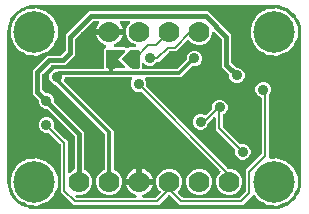
<source format=gbr>
G04 EAGLE Gerber RS-274X export*
G75*
%MOMM*%
%FSLAX34Y34*%
%LPD*%
%INBottom Copper*%
%IPPOS*%
%AMOC8*
5,1,8,0,0,1.08239X$1,22.5*%
G01*
%ADD10C,3.516000*%
%ADD11C,1.778000*%
%ADD12C,0.381000*%
%ADD13C,0.889000*%
%ADD14C,0.304800*%
%ADD15C,0.406400*%
%ADD16C,0.203200*%

G36*
X228622Y2543D02*
X228622Y2543D01*
X228700Y2545D01*
X232077Y2810D01*
X232145Y2824D01*
X232214Y2829D01*
X232370Y2869D01*
X238794Y4956D01*
X238901Y5006D01*
X239012Y5050D01*
X239063Y5083D01*
X239082Y5091D01*
X239097Y5104D01*
X239148Y5136D01*
X244612Y9107D01*
X244699Y9188D01*
X244746Y9227D01*
X244752Y9231D01*
X244753Y9233D01*
X244791Y9264D01*
X244829Y9310D01*
X244844Y9324D01*
X244855Y9342D01*
X244893Y9388D01*
X246586Y11717D01*
X246599Y11741D01*
X246616Y11761D01*
X246675Y11880D01*
X246739Y11996D01*
X246746Y12022D01*
X246758Y12046D01*
X246785Y12174D01*
X246799Y12185D01*
X246823Y12196D01*
X246925Y12281D01*
X247031Y12361D01*
X247048Y12381D01*
X247068Y12398D01*
X247171Y12522D01*
X248864Y14852D01*
X248921Y14956D01*
X248985Y15056D01*
X249007Y15113D01*
X249017Y15131D01*
X249022Y15151D01*
X249044Y15206D01*
X251131Y21630D01*
X251144Y21698D01*
X251167Y21764D01*
X251190Y21923D01*
X251455Y25300D01*
X251455Y25304D01*
X251456Y25307D01*
X251455Y25326D01*
X251459Y25400D01*
X251459Y152400D01*
X251457Y152422D01*
X251455Y152500D01*
X251190Y155877D01*
X251176Y155945D01*
X251171Y156014D01*
X251131Y156170D01*
X249044Y162594D01*
X248993Y162701D01*
X248950Y162812D01*
X248917Y162863D01*
X248909Y162882D01*
X248896Y162897D01*
X248864Y162948D01*
X247171Y165278D01*
X247153Y165297D01*
X247139Y165320D01*
X247044Y165413D01*
X246953Y165509D01*
X246931Y165524D01*
X246912Y165542D01*
X246798Y165608D01*
X246792Y165624D01*
X246789Y165651D01*
X246740Y165775D01*
X246697Y165900D01*
X246682Y165922D01*
X246672Y165947D01*
X246586Y166083D01*
X244893Y168412D01*
X244812Y168499D01*
X244736Y168591D01*
X244690Y168629D01*
X244676Y168644D01*
X244658Y168655D01*
X244612Y168693D01*
X239148Y172664D01*
X239044Y172721D01*
X238944Y172785D01*
X238887Y172807D01*
X238869Y172817D01*
X238849Y172822D01*
X238794Y172844D01*
X232370Y174931D01*
X232302Y174944D01*
X232236Y174967D01*
X232077Y174990D01*
X228700Y175255D01*
X228678Y175254D01*
X228600Y175259D01*
X25400Y175259D01*
X25378Y175257D01*
X25300Y175255D01*
X21923Y174990D01*
X21855Y174976D01*
X21786Y174971D01*
X21630Y174931D01*
X18892Y174041D01*
X18867Y174030D01*
X18842Y174024D01*
X18724Y173963D01*
X18604Y173906D01*
X18583Y173889D01*
X18560Y173877D01*
X18462Y173789D01*
X18445Y173788D01*
X18418Y173793D01*
X18286Y173785D01*
X18153Y173783D01*
X18127Y173775D01*
X18101Y173774D01*
X17945Y173734D01*
X15206Y172844D01*
X15099Y172794D01*
X14988Y172750D01*
X14937Y172717D01*
X14918Y172709D01*
X14903Y172696D01*
X14852Y172664D01*
X9388Y168693D01*
X9301Y168612D01*
X9209Y168536D01*
X9171Y168490D01*
X9156Y168476D01*
X9145Y168458D01*
X9107Y168412D01*
X5136Y162948D01*
X5079Y162844D01*
X5015Y162744D01*
X4993Y162687D01*
X4983Y162669D01*
X4978Y162649D01*
X4956Y162594D01*
X2869Y156170D01*
X2856Y156102D01*
X2833Y156036D01*
X2810Y155877D01*
X2545Y152500D01*
X2546Y152478D01*
X2541Y152400D01*
X2541Y25400D01*
X2543Y25378D01*
X2545Y25300D01*
X2810Y21923D01*
X2824Y21855D01*
X2829Y21786D01*
X2869Y21630D01*
X4956Y15206D01*
X5006Y15099D01*
X5050Y14988D01*
X5083Y14937D01*
X5091Y14918D01*
X5104Y14903D01*
X5136Y14852D01*
X9107Y9388D01*
X9127Y9366D01*
X9138Y9348D01*
X9184Y9305D01*
X9188Y9301D01*
X9264Y9209D01*
X9310Y9171D01*
X9324Y9156D01*
X9342Y9145D01*
X9388Y9107D01*
X14852Y5136D01*
X14956Y5079D01*
X15056Y5015D01*
X15113Y4993D01*
X15131Y4983D01*
X15151Y4978D01*
X15206Y4956D01*
X17945Y4066D01*
X17971Y4061D01*
X17996Y4051D01*
X18127Y4031D01*
X18257Y4006D01*
X18284Y4008D01*
X18310Y4004D01*
X18441Y4018D01*
X18455Y4008D01*
X18474Y3989D01*
X18585Y3917D01*
X18694Y3842D01*
X18719Y3832D01*
X18742Y3818D01*
X18891Y3759D01*
X21630Y2869D01*
X21698Y2856D01*
X21764Y2833D01*
X21923Y2810D01*
X25300Y2545D01*
X25322Y2546D01*
X25400Y2541D01*
X228600Y2541D01*
X228622Y2543D01*
G37*
%LPC*%
G36*
X226876Y5780D02*
X226876Y5780D01*
X226858Y5780D01*
X226743Y5787D01*
X224699Y5787D01*
X224151Y6014D01*
X224052Y6041D01*
X223957Y6077D01*
X223865Y6092D01*
X223844Y6098D01*
X223831Y6098D01*
X223798Y6104D01*
X222379Y6253D01*
X219415Y7964D01*
X219413Y7965D01*
X219410Y7967D01*
X219266Y8038D01*
X217490Y8773D01*
X216893Y9370D01*
X216826Y9422D01*
X216765Y9483D01*
X216651Y9558D01*
X216642Y9565D01*
X216638Y9567D01*
X216631Y9572D01*
X215129Y10439D01*
X213339Y12903D01*
X213326Y12917D01*
X213316Y12933D01*
X213209Y13054D01*
X212070Y14193D01*
X211976Y14266D01*
X211887Y14345D01*
X211851Y14364D01*
X211819Y14388D01*
X211709Y14436D01*
X211603Y14490D01*
X211564Y14499D01*
X211527Y14515D01*
X211409Y14533D01*
X211293Y14559D01*
X211253Y14558D01*
X211213Y14565D01*
X211094Y14553D01*
X210975Y14550D01*
X210936Y14539D01*
X210896Y14535D01*
X210784Y14494D01*
X210670Y14461D01*
X210635Y14441D01*
X210597Y14427D01*
X210498Y14360D01*
X210396Y14300D01*
X210351Y14260D01*
X210334Y14249D01*
X210320Y14233D01*
X210275Y14193D01*
X201923Y5841D01*
X148597Y5841D01*
X140598Y13841D01*
X140503Y13914D01*
X140414Y13993D01*
X140378Y14011D01*
X140346Y14036D01*
X140237Y14083D01*
X140131Y14137D01*
X140092Y14146D01*
X140054Y14162D01*
X139937Y14181D01*
X139821Y14207D01*
X139780Y14206D01*
X139740Y14212D01*
X139622Y14201D01*
X139503Y14197D01*
X139464Y14186D01*
X139424Y14182D01*
X139311Y14142D01*
X139197Y14109D01*
X139163Y14088D01*
X139124Y14075D01*
X139026Y14008D01*
X138923Y13947D01*
X138878Y13907D01*
X138861Y13896D01*
X138848Y13881D01*
X138803Y13841D01*
X130803Y5841D01*
X58427Y5841D01*
X47751Y16517D01*
X47751Y56631D01*
X47739Y56730D01*
X47736Y56829D01*
X47719Y56887D01*
X47711Y56947D01*
X47675Y57039D01*
X47647Y57134D01*
X47617Y57186D01*
X47594Y57243D01*
X47536Y57323D01*
X47486Y57408D01*
X47420Y57483D01*
X47408Y57500D01*
X47398Y57508D01*
X47380Y57529D01*
X38069Y66840D01*
X38045Y66858D01*
X38026Y66881D01*
X37920Y66955D01*
X37818Y67035D01*
X37790Y67046D01*
X37766Y67064D01*
X37645Y67109D01*
X37526Y67161D01*
X37496Y67166D01*
X37468Y67176D01*
X37340Y67190D01*
X37212Y67211D01*
X37182Y67208D01*
X37152Y67211D01*
X37024Y67193D01*
X36909Y67182D01*
X34271Y67182D01*
X31891Y68168D01*
X30068Y69991D01*
X29082Y72371D01*
X29082Y74949D01*
X30068Y77329D01*
X31891Y79152D01*
X34271Y80138D01*
X36849Y80138D01*
X39229Y79152D01*
X41052Y77329D01*
X42038Y74949D01*
X42038Y72288D01*
X42021Y72228D01*
X42021Y72198D01*
X42014Y72169D01*
X42018Y72040D01*
X42016Y71910D01*
X42023Y71881D01*
X42024Y71851D01*
X42060Y71727D01*
X42090Y71601D01*
X42104Y71575D01*
X42112Y71546D01*
X42178Y71434D01*
X42239Y71320D01*
X42259Y71298D01*
X42274Y71272D01*
X42380Y71151D01*
X51691Y61840D01*
X53849Y59683D01*
X53849Y34260D01*
X53865Y34130D01*
X53871Y34035D01*
X53876Y34021D01*
X53879Y33984D01*
X53886Y33965D01*
X53889Y33944D01*
X53940Y33815D01*
X53966Y33743D01*
X53969Y33733D01*
X53970Y33731D01*
X53987Y33684D01*
X53998Y33668D01*
X54006Y33649D01*
X54087Y33537D01*
X54165Y33421D01*
X54181Y33408D01*
X54192Y33391D01*
X54300Y33303D01*
X54404Y33211D01*
X54422Y33202D01*
X54437Y33189D01*
X54563Y33129D01*
X54687Y33066D01*
X54707Y33062D01*
X54725Y33053D01*
X54862Y33027D01*
X54997Y32997D01*
X55018Y32997D01*
X55037Y32993D01*
X55176Y33002D01*
X55315Y33006D01*
X55335Y33012D01*
X55355Y33013D01*
X55487Y33056D01*
X55621Y33095D01*
X55638Y33105D01*
X55657Y33111D01*
X55722Y33152D01*
X55741Y33160D01*
X55785Y33192D01*
X55895Y33256D01*
X55916Y33275D01*
X55926Y33281D01*
X55940Y33296D01*
X55991Y33341D01*
X55999Y33346D01*
X56002Y33351D01*
X56015Y33363D01*
X57313Y34660D01*
X58652Y35214D01*
X58677Y35229D01*
X58705Y35238D01*
X58815Y35308D01*
X58928Y35372D01*
X58949Y35393D01*
X58974Y35408D01*
X59063Y35503D01*
X59156Y35593D01*
X59172Y35618D01*
X59192Y35640D01*
X59255Y35754D01*
X59323Y35864D01*
X59331Y35893D01*
X59346Y35918D01*
X59378Y36044D01*
X59416Y36168D01*
X59418Y36198D01*
X59425Y36226D01*
X59435Y36387D01*
X59435Y63831D01*
X59423Y63929D01*
X59420Y64028D01*
X59403Y64086D01*
X59395Y64146D01*
X59359Y64238D01*
X59331Y64333D01*
X59301Y64385D01*
X59278Y64442D01*
X59220Y64522D01*
X59170Y64607D01*
X59104Y64683D01*
X59092Y64699D01*
X59082Y64707D01*
X59064Y64728D01*
X36661Y87131D01*
X36583Y87191D01*
X36511Y87259D01*
X36458Y87288D01*
X36410Y87325D01*
X36319Y87365D01*
X36232Y87413D01*
X36174Y87428D01*
X36118Y87452D01*
X36020Y87467D01*
X35924Y87492D01*
X35824Y87498D01*
X35804Y87502D01*
X35792Y87500D01*
X35764Y87502D01*
X34271Y87502D01*
X31891Y88488D01*
X30068Y90311D01*
X29082Y92691D01*
X29082Y94184D01*
X29070Y94282D01*
X29067Y94381D01*
X29050Y94439D01*
X29042Y94499D01*
X29006Y94591D01*
X28978Y94686D01*
X28948Y94738D01*
X28925Y94795D01*
X28867Y94875D01*
X28817Y94960D01*
X28751Y95036D01*
X28739Y95052D01*
X28729Y95060D01*
X28711Y95081D01*
X23875Y99916D01*
X23875Y119794D01*
X36416Y132335D01*
X47321Y132335D01*
X47419Y132347D01*
X47518Y132350D01*
X47576Y132367D01*
X47636Y132375D01*
X47728Y132411D01*
X47823Y132439D01*
X47875Y132469D01*
X47932Y132492D01*
X48012Y132550D01*
X48097Y132600D01*
X48173Y132666D01*
X48189Y132678D01*
X48197Y132688D01*
X48218Y132706D01*
X51444Y135932D01*
X51504Y136010D01*
X51572Y136082D01*
X51601Y136135D01*
X51638Y136183D01*
X51678Y136274D01*
X51726Y136361D01*
X51741Y136419D01*
X51765Y136475D01*
X51780Y136573D01*
X51805Y136669D01*
X51811Y136769D01*
X51815Y136789D01*
X51813Y136801D01*
X51815Y136829D01*
X51815Y149607D01*
X72008Y169800D01*
X172320Y169800D01*
X175073Y167047D01*
X189272Y152848D01*
X192025Y150095D01*
X192025Y126669D01*
X192037Y126571D01*
X192040Y126472D01*
X192057Y126414D01*
X192065Y126354D01*
X192101Y126262D01*
X192129Y126167D01*
X192159Y126115D01*
X192182Y126058D01*
X192240Y125978D01*
X192290Y125893D01*
X192356Y125817D01*
X192368Y125801D01*
X192378Y125793D01*
X192396Y125772D01*
X195749Y122419D01*
X195827Y122359D01*
X195899Y122291D01*
X195952Y122262D01*
X196000Y122225D01*
X196091Y122185D01*
X196178Y122137D01*
X196236Y122122D01*
X196292Y122098D01*
X196390Y122083D01*
X196486Y122058D01*
X196586Y122052D01*
X196606Y122048D01*
X196618Y122050D01*
X196646Y122048D01*
X198139Y122048D01*
X200519Y121062D01*
X202342Y119239D01*
X203328Y116859D01*
X203328Y114281D01*
X202342Y111901D01*
X200519Y110078D01*
X198139Y109092D01*
X195561Y109092D01*
X193181Y110078D01*
X191358Y111901D01*
X190372Y114281D01*
X190372Y115774D01*
X190360Y115872D01*
X190357Y115971D01*
X190340Y116029D01*
X190332Y116089D01*
X190296Y116181D01*
X190268Y116276D01*
X190238Y116328D01*
X190215Y116385D01*
X190157Y116465D01*
X190107Y116550D01*
X190041Y116626D01*
X190029Y116642D01*
X190019Y116650D01*
X190001Y116671D01*
X183895Y122776D01*
X183895Y146202D01*
X183883Y146300D01*
X183880Y146399D01*
X183863Y146457D01*
X183855Y146517D01*
X183819Y146610D01*
X183791Y146705D01*
X183761Y146757D01*
X183738Y146813D01*
X183680Y146893D01*
X183630Y146979D01*
X183564Y147054D01*
X183552Y147070D01*
X183542Y147078D01*
X183524Y147099D01*
X178189Y152433D01*
X178080Y152519D01*
X177973Y152607D01*
X177954Y152616D01*
X177938Y152628D01*
X177810Y152684D01*
X177685Y152743D01*
X177665Y152747D01*
X177646Y152755D01*
X177508Y152777D01*
X177372Y152803D01*
X177352Y152801D01*
X177332Y152805D01*
X177193Y152791D01*
X177055Y152783D01*
X177036Y152777D01*
X177016Y152775D01*
X176884Y152728D01*
X176753Y152685D01*
X176735Y152674D01*
X176716Y152667D01*
X176601Y152589D01*
X176484Y152515D01*
X176470Y152500D01*
X176453Y152489D01*
X176361Y152384D01*
X176266Y152283D01*
X176256Y152265D01*
X176243Y152250D01*
X176179Y152126D01*
X176112Y152005D01*
X176107Y151985D01*
X176098Y151967D01*
X176068Y151831D01*
X176033Y151697D01*
X176031Y151669D01*
X176028Y151657D01*
X176029Y151636D01*
X176023Y151536D01*
X176023Y150227D01*
X174360Y146213D01*
X171287Y143140D01*
X167273Y141477D01*
X162927Y141477D01*
X158913Y143140D01*
X156620Y145433D01*
X156526Y145506D01*
X156436Y145585D01*
X156400Y145603D01*
X156368Y145628D01*
X156259Y145676D01*
X156153Y145730D01*
X156114Y145738D01*
X156077Y145754D01*
X155959Y145773D01*
X155843Y145799D01*
X155803Y145798D01*
X155763Y145804D01*
X155644Y145793D01*
X155525Y145790D01*
X155486Y145778D01*
X155446Y145775D01*
X155334Y145734D01*
X155220Y145701D01*
X155185Y145681D01*
X155147Y145667D01*
X155048Y145600D01*
X154946Y145540D01*
X154900Y145500D01*
X154883Y145488D01*
X154870Y145473D01*
X154825Y145433D01*
X145408Y136016D01*
X140219Y136016D01*
X140120Y136004D01*
X140021Y136001D01*
X139963Y135984D01*
X139903Y135976D01*
X139811Y135940D01*
X139716Y135912D01*
X139664Y135882D01*
X139607Y135859D01*
X139527Y135801D01*
X139442Y135751D01*
X139367Y135685D01*
X139350Y135673D01*
X139342Y135663D01*
X139321Y135645D01*
X130803Y127126D01*
X129787Y127126D01*
X129757Y127123D01*
X129728Y127125D01*
X129600Y127103D01*
X129471Y127086D01*
X129444Y127076D01*
X129414Y127070D01*
X129296Y127017D01*
X129175Y126969D01*
X129152Y126952D01*
X129125Y126940D01*
X129023Y126859D01*
X128918Y126783D01*
X128899Y126760D01*
X128876Y126741D01*
X128798Y126637D01*
X128724Y126548D01*
X126859Y124683D01*
X124479Y123697D01*
X121901Y123697D01*
X119521Y124683D01*
X118499Y125705D01*
X118390Y125789D01*
X118283Y125879D01*
X118264Y125887D01*
X118248Y125900D01*
X118121Y125955D01*
X117995Y126014D01*
X117975Y126018D01*
X117956Y126026D01*
X117818Y126048D01*
X117682Y126074D01*
X117662Y126073D01*
X117642Y126076D01*
X117503Y126063D01*
X117365Y126054D01*
X117346Y126048D01*
X117326Y126046D01*
X117194Y125999D01*
X117063Y125956D01*
X117045Y125945D01*
X117026Y125938D01*
X116911Y125860D01*
X116794Y125786D01*
X116780Y125771D01*
X116763Y125760D01*
X116671Y125656D01*
X116576Y125554D01*
X116566Y125536D01*
X116553Y125521D01*
X116490Y125398D01*
X116422Y125276D01*
X116417Y125256D01*
X116408Y125238D01*
X116378Y125102D01*
X116343Y124968D01*
X116341Y124940D01*
X116338Y124928D01*
X116339Y124907D01*
X116333Y124807D01*
X116333Y122301D01*
X116348Y122183D01*
X116355Y122064D01*
X116368Y122026D01*
X116373Y121985D01*
X116416Y121875D01*
X116453Y121762D01*
X116475Y121727D01*
X116490Y121690D01*
X116559Y121594D01*
X116623Y121493D01*
X116653Y121465D01*
X116676Y121432D01*
X116768Y121356D01*
X116855Y121275D01*
X116890Y121255D01*
X116921Y121230D01*
X117029Y121179D01*
X117133Y121121D01*
X117173Y121111D01*
X117209Y121094D01*
X117326Y121072D01*
X117441Y121042D01*
X117501Y121038D01*
X117521Y121034D01*
X117542Y121036D01*
X117602Y121032D01*
X145956Y121032D01*
X146054Y121044D01*
X146153Y121047D01*
X146211Y121064D01*
X146272Y121072D01*
X146364Y121108D01*
X146459Y121136D01*
X146511Y121166D01*
X146567Y121189D01*
X146647Y121247D01*
X146733Y121297D01*
X146808Y121363D01*
X146825Y121375D01*
X146832Y121385D01*
X146854Y121403D01*
X154024Y128574D01*
X154085Y128652D01*
X154152Y128724D01*
X154174Y128763D01*
X154192Y128785D01*
X154199Y128799D01*
X154219Y128825D01*
X154258Y128916D01*
X154306Y129003D01*
X154320Y129056D01*
X154328Y129073D01*
X154329Y129079D01*
X154345Y129117D01*
X154361Y129215D01*
X154385Y129311D01*
X154392Y129411D01*
X154395Y129431D01*
X154394Y129443D01*
X154396Y129471D01*
X154396Y131245D01*
X155382Y133626D01*
X157204Y135448D01*
X159585Y136434D01*
X162162Y136434D01*
X164543Y135448D01*
X166365Y133626D01*
X167351Y131245D01*
X167351Y128668D01*
X166365Y126287D01*
X164543Y124465D01*
X162162Y123479D01*
X159515Y123479D01*
X159416Y123466D01*
X159317Y123463D01*
X159259Y123447D01*
X159199Y123439D01*
X159107Y123403D01*
X159012Y123375D01*
X158960Y123344D01*
X158903Y123322D01*
X158823Y123264D01*
X158738Y123214D01*
X158663Y123147D01*
X158646Y123135D01*
X158638Y123126D01*
X158617Y123107D01*
X149428Y113918D01*
X120236Y113918D01*
X120186Y113912D01*
X120137Y113914D01*
X120029Y113892D01*
X119920Y113878D01*
X119874Y113860D01*
X119825Y113850D01*
X119727Y113802D01*
X119624Y113761D01*
X119584Y113732D01*
X119540Y113710D01*
X119456Y113639D01*
X119367Y113575D01*
X119335Y113536D01*
X119298Y113504D01*
X119234Y113414D01*
X119164Y113330D01*
X119143Y113285D01*
X119114Y113244D01*
X119075Y113141D01*
X119029Y113042D01*
X119019Y112993D01*
X119002Y112947D01*
X118990Y112837D01*
X118969Y112730D01*
X118972Y112680D01*
X118966Y112631D01*
X118982Y112522D01*
X118989Y112412D01*
X119004Y112365D01*
X119011Y112316D01*
X119063Y112163D01*
X120143Y109557D01*
X120143Y106896D01*
X120126Y106836D01*
X120126Y106806D01*
X120119Y106777D01*
X120123Y106648D01*
X120121Y106518D01*
X120128Y106489D01*
X120129Y106459D01*
X120165Y106335D01*
X120195Y106208D01*
X120209Y106182D01*
X120217Y106154D01*
X120283Y106042D01*
X120344Y105927D01*
X120364Y105906D01*
X120379Y105880D01*
X120485Y105759D01*
X189550Y36694D01*
X189628Y36634D01*
X189700Y36566D01*
X189753Y36537D01*
X189801Y36500D01*
X189892Y36460D01*
X189979Y36412D01*
X190038Y36397D01*
X190093Y36373D01*
X190191Y36358D01*
X190287Y36333D01*
X190387Y36327D01*
X190407Y36323D01*
X190420Y36325D01*
X190448Y36323D01*
X192673Y36323D01*
X196687Y34660D01*
X199760Y31587D01*
X201423Y27573D01*
X201423Y23227D01*
X199760Y19213D01*
X196687Y16140D01*
X192673Y14477D01*
X188327Y14477D01*
X184313Y16140D01*
X181240Y19213D01*
X179577Y23227D01*
X179577Y27573D01*
X181240Y31587D01*
X182740Y33087D01*
X182813Y33181D01*
X182891Y33270D01*
X182910Y33306D01*
X182935Y33338D01*
X182982Y33447D01*
X183036Y33553D01*
X183045Y33593D01*
X183061Y33630D01*
X183080Y33748D01*
X183106Y33864D01*
X183104Y33904D01*
X183111Y33944D01*
X183100Y34063D01*
X183096Y34181D01*
X183085Y34220D01*
X183081Y34261D01*
X183041Y34373D01*
X183008Y34487D01*
X182987Y34522D01*
X182973Y34560D01*
X182907Y34658D01*
X182846Y34761D01*
X182806Y34806D01*
X182795Y34823D01*
X182780Y34836D01*
X182740Y34882D01*
X116174Y101448D01*
X116150Y101466D01*
X116131Y101488D01*
X116025Y101563D01*
X115923Y101643D01*
X115895Y101654D01*
X115871Y101671D01*
X115750Y101717D01*
X115631Y101769D01*
X115601Y101774D01*
X115574Y101784D01*
X115445Y101798D01*
X115317Y101819D01*
X115287Y101816D01*
X115258Y101819D01*
X115129Y101801D01*
X115014Y101790D01*
X112376Y101790D01*
X109996Y102776D01*
X108173Y104599D01*
X107187Y106979D01*
X107187Y109557D01*
X108267Y112163D01*
X108280Y112211D01*
X108301Y112256D01*
X108322Y112364D01*
X108351Y112470D01*
X108352Y112520D01*
X108361Y112569D01*
X108354Y112678D01*
X108356Y112788D01*
X108344Y112836D01*
X108341Y112886D01*
X108308Y112990D01*
X108282Y113097D01*
X108259Y113141D01*
X108243Y113188D01*
X108185Y113281D01*
X108133Y113378D01*
X108100Y113415D01*
X108073Y113457D01*
X107993Y113532D01*
X107919Y113614D01*
X107878Y113641D01*
X107842Y113675D01*
X107745Y113728D01*
X107654Y113788D01*
X107607Y113805D01*
X107563Y113829D01*
X107457Y113856D01*
X107353Y113892D01*
X107303Y113896D01*
X107255Y113908D01*
X107094Y113918D01*
X52151Y113918D01*
X52122Y113915D01*
X52093Y113917D01*
X51964Y113895D01*
X51836Y113878D01*
X51808Y113868D01*
X51779Y113863D01*
X51661Y113809D01*
X51540Y113761D01*
X51516Y113744D01*
X51489Y113732D01*
X51388Y113651D01*
X51283Y113575D01*
X51264Y113552D01*
X51241Y113533D01*
X51163Y113430D01*
X51080Y113330D01*
X51067Y113303D01*
X51050Y113279D01*
X50979Y113135D01*
X50462Y111886D01*
X50454Y111858D01*
X50440Y111832D01*
X50412Y111705D01*
X50378Y111580D01*
X50377Y111550D01*
X50371Y111521D01*
X50375Y111392D01*
X50373Y111262D01*
X50380Y111233D01*
X50380Y111203D01*
X50416Y111079D01*
X50447Y110952D01*
X50461Y110926D01*
X50469Y110898D01*
X50535Y110786D01*
X50596Y110671D01*
X50615Y110649D01*
X50630Y110624D01*
X50737Y110503D01*
X92457Y68783D01*
X92457Y36598D01*
X92460Y36568D01*
X92458Y36539D01*
X92480Y36411D01*
X92497Y36282D01*
X92507Y36255D01*
X92512Y36225D01*
X92566Y36107D01*
X92614Y35986D01*
X92631Y35962D01*
X92643Y35935D01*
X92724Y35834D01*
X92800Y35729D01*
X92823Y35710D01*
X92842Y35687D01*
X92945Y35609D01*
X93045Y35526D01*
X93072Y35514D01*
X93096Y35496D01*
X93240Y35425D01*
X95087Y34660D01*
X98160Y31587D01*
X99823Y27573D01*
X99823Y23227D01*
X98160Y19213D01*
X95087Y16140D01*
X91073Y14477D01*
X86727Y14477D01*
X82713Y16140D01*
X79640Y19213D01*
X77977Y23227D01*
X77977Y27573D01*
X79640Y31587D01*
X82713Y34660D01*
X84560Y35425D01*
X84585Y35440D01*
X84613Y35449D01*
X84723Y35518D01*
X84836Y35582D01*
X84857Y35603D01*
X84882Y35619D01*
X84971Y35713D01*
X85064Y35804D01*
X85080Y35829D01*
X85100Y35850D01*
X85163Y35964D01*
X85231Y36075D01*
X85239Y36103D01*
X85254Y36129D01*
X85286Y36255D01*
X85324Y36379D01*
X85326Y36408D01*
X85333Y36437D01*
X85343Y36598D01*
X85343Y65311D01*
X85331Y65409D01*
X85328Y65508D01*
X85311Y65566D01*
X85303Y65627D01*
X85267Y65719D01*
X85239Y65814D01*
X85209Y65866D01*
X85186Y65922D01*
X85128Y66002D01*
X85078Y66088D01*
X85012Y66163D01*
X85000Y66180D01*
X84990Y66187D01*
X84972Y66209D01*
X43675Y107505D01*
X43668Y107511D01*
X43662Y107518D01*
X43542Y107608D01*
X43506Y107636D01*
X43496Y107645D01*
X43489Y107649D01*
X43424Y107700D01*
X43415Y107704D01*
X43408Y107709D01*
X43263Y107780D01*
X40781Y108808D01*
X38958Y110631D01*
X37972Y113011D01*
X37972Y115589D01*
X38958Y117969D01*
X40781Y119792D01*
X43161Y120778D01*
X44102Y120778D01*
X44200Y120790D01*
X44299Y120793D01*
X44357Y120810D01*
X44418Y120818D01*
X44510Y120854D01*
X44605Y120882D01*
X44657Y120912D01*
X44713Y120935D01*
X44793Y120993D01*
X44859Y121032D01*
X83058Y121032D01*
X83176Y121047D01*
X83295Y121054D01*
X83333Y121067D01*
X83374Y121072D01*
X83484Y121115D01*
X83597Y121152D01*
X83632Y121174D01*
X83669Y121189D01*
X83765Y121258D01*
X83866Y121322D01*
X83894Y121352D01*
X83927Y121375D01*
X84003Y121467D01*
X84084Y121554D01*
X84104Y121589D01*
X84129Y121620D01*
X84180Y121728D01*
X84238Y121832D01*
X84248Y121872D01*
X84265Y121908D01*
X84287Y122025D01*
X84317Y122140D01*
X84321Y122200D01*
X84325Y122220D01*
X84323Y122241D01*
X84327Y122301D01*
X84327Y137222D01*
X84341Y137275D01*
X84347Y137374D01*
X84351Y137395D01*
X84349Y137407D01*
X84351Y137436D01*
X84351Y137669D01*
X86049Y139367D01*
X86110Y139445D01*
X86178Y139518D01*
X86207Y139570D01*
X86244Y139618D01*
X86284Y139709D01*
X86332Y139796D01*
X86347Y139855D01*
X86371Y139910D01*
X86386Y140008D01*
X86411Y140104D01*
X86411Y140164D01*
X86420Y140224D01*
X86411Y140323D01*
X86411Y140422D01*
X86396Y140481D01*
X86391Y140541D01*
X86357Y140634D01*
X86332Y140730D01*
X86303Y140783D01*
X86283Y140840D01*
X86227Y140922D01*
X86179Y141009D01*
X86138Y141053D01*
X86104Y141103D01*
X86030Y141169D01*
X85962Y141241D01*
X85911Y141274D01*
X85866Y141314D01*
X85778Y141359D01*
X85694Y141412D01*
X85601Y141449D01*
X85583Y141458D01*
X85571Y141461D01*
X85544Y141471D01*
X84512Y141807D01*
X82909Y142623D01*
X81453Y143681D01*
X80181Y144953D01*
X79123Y146409D01*
X78307Y148012D01*
X77751Y149723D01*
X77723Y149901D01*
X87670Y149901D01*
X87788Y149916D01*
X87907Y149923D01*
X87945Y149935D01*
X87985Y149941D01*
X88096Y149984D01*
X88209Y150021D01*
X88243Y150043D01*
X88281Y150058D01*
X88377Y150127D01*
X88478Y150191D01*
X88506Y150221D01*
X88538Y150244D01*
X88614Y150336D01*
X88696Y150423D01*
X88715Y150458D01*
X88741Y150489D01*
X88792Y150597D01*
X88849Y150701D01*
X88859Y150741D01*
X88877Y150777D01*
X88897Y150884D01*
X88901Y150854D01*
X88945Y150744D01*
X88981Y150631D01*
X89003Y150596D01*
X89018Y150559D01*
X89088Y150462D01*
X89151Y150362D01*
X89181Y150334D01*
X89205Y150301D01*
X89296Y150225D01*
X89383Y150144D01*
X89418Y150124D01*
X89450Y150099D01*
X89557Y150048D01*
X89662Y149990D01*
X89701Y149980D01*
X89737Y149963D01*
X89854Y149941D01*
X89970Y149911D01*
X90030Y149907D01*
X90050Y149903D01*
X90070Y149905D01*
X90130Y149901D01*
X100077Y149901D01*
X100049Y149723D01*
X99493Y148012D01*
X98677Y146409D01*
X97619Y144953D01*
X96347Y143681D01*
X94891Y142623D01*
X93382Y141855D01*
X93366Y141844D01*
X93347Y141836D01*
X93235Y141755D01*
X93119Y141676D01*
X93106Y141661D01*
X93090Y141650D01*
X93001Y141542D01*
X92909Y141438D01*
X92900Y141420D01*
X92887Y141405D01*
X92828Y141279D01*
X92765Y141154D01*
X92760Y141135D01*
X92752Y141117D01*
X92726Y140980D01*
X92695Y140844D01*
X92696Y140824D01*
X92692Y140804D01*
X92701Y140665D01*
X92705Y140526D01*
X92710Y140507D01*
X92712Y140487D01*
X92755Y140355D01*
X92793Y140221D01*
X92804Y140203D01*
X92810Y140185D01*
X92884Y140067D01*
X92955Y139947D01*
X92969Y139933D01*
X92980Y139916D01*
X93082Y139820D01*
X93180Y139722D01*
X93197Y139712D01*
X93212Y139698D01*
X93334Y139631D01*
X93453Y139560D01*
X93473Y139554D01*
X93490Y139544D01*
X93625Y139510D01*
X93759Y139471D01*
X93779Y139470D01*
X93798Y139465D01*
X93959Y139455D01*
X101059Y139455D01*
X101067Y139456D01*
X101083Y139455D01*
X102339Y139479D01*
X103170Y138648D01*
X103282Y138561D01*
X103393Y138470D01*
X103408Y138463D01*
X103421Y138453D01*
X103552Y138396D01*
X103682Y138336D01*
X103698Y138333D01*
X103713Y138326D01*
X103854Y138304D01*
X103994Y138278D01*
X104011Y138279D01*
X104027Y138277D01*
X104169Y138290D01*
X104312Y138300D01*
X104327Y138305D01*
X104344Y138306D01*
X104478Y138355D01*
X104614Y138400D01*
X104627Y138408D01*
X104643Y138414D01*
X104761Y138494D01*
X104881Y138571D01*
X104898Y138587D01*
X104906Y138593D01*
X104918Y138607D01*
X104998Y138682D01*
X105714Y139455D01*
X106963Y139455D01*
X106977Y139457D01*
X107011Y139456D01*
X108392Y139508D01*
X108431Y139493D01*
X108505Y139484D01*
X108578Y139465D01*
X108739Y139455D01*
X110629Y139455D01*
X110698Y139463D01*
X110768Y139462D01*
X110856Y139483D01*
X110945Y139495D01*
X111010Y139520D01*
X111078Y139537D01*
X111157Y139579D01*
X111240Y139612D01*
X111297Y139653D01*
X111359Y139685D01*
X111425Y139746D01*
X111498Y139798D01*
X111542Y139852D01*
X111594Y139899D01*
X111643Y139974D01*
X111701Y140043D01*
X111730Y140107D01*
X111769Y140165D01*
X111798Y140250D01*
X111836Y140331D01*
X111849Y140400D01*
X111872Y140466D01*
X111879Y140555D01*
X111896Y140643D01*
X111892Y140713D01*
X111897Y140783D01*
X111882Y140871D01*
X111876Y140961D01*
X111855Y141027D01*
X111843Y141096D01*
X111806Y141178D01*
X111778Y141263D01*
X111741Y141322D01*
X111712Y141386D01*
X111656Y141456D01*
X111608Y141532D01*
X111557Y141580D01*
X111514Y141634D01*
X111442Y141689D01*
X111376Y141750D01*
X111315Y141784D01*
X111260Y141826D01*
X111115Y141897D01*
X108113Y143140D01*
X105040Y146213D01*
X103377Y150227D01*
X103377Y154573D01*
X105040Y158587D01*
X105956Y159504D01*
X106041Y159613D01*
X106130Y159720D01*
X106139Y159739D01*
X106151Y159755D01*
X106207Y159882D01*
X106266Y160008D01*
X106270Y160028D01*
X106278Y160047D01*
X106300Y160185D01*
X106326Y160321D01*
X106324Y160341D01*
X106328Y160361D01*
X106315Y160500D01*
X106306Y160638D01*
X106300Y160657D01*
X106298Y160677D01*
X106251Y160809D01*
X106208Y160940D01*
X106197Y160958D01*
X106190Y160977D01*
X106112Y161092D01*
X106038Y161209D01*
X106023Y161223D01*
X106012Y161240D01*
X105908Y161332D01*
X105806Y161427D01*
X105788Y161437D01*
X105773Y161450D01*
X105649Y161513D01*
X105528Y161581D01*
X105508Y161586D01*
X105490Y161595D01*
X105354Y161625D01*
X105220Y161660D01*
X105192Y161662D01*
X105180Y161665D01*
X105159Y161664D01*
X105059Y161670D01*
X98785Y161670D01*
X98745Y161665D01*
X98706Y161668D01*
X98588Y161645D01*
X98469Y161630D01*
X98432Y161616D01*
X98393Y161608D01*
X98285Y161557D01*
X98174Y161513D01*
X98142Y161490D01*
X98106Y161473D01*
X98013Y161397D01*
X97916Y161327D01*
X97891Y161296D01*
X97860Y161271D01*
X97790Y161174D01*
X97714Y161082D01*
X97697Y161046D01*
X97673Y161013D01*
X97629Y160902D01*
X97578Y160794D01*
X97571Y160755D01*
X97556Y160718D01*
X97541Y160599D01*
X97518Y160482D01*
X97521Y160442D01*
X97516Y160402D01*
X97531Y160284D01*
X97538Y160164D01*
X97550Y160126D01*
X97555Y160087D01*
X97599Y159976D01*
X97636Y159862D01*
X97657Y159828D01*
X97672Y159791D01*
X97758Y159655D01*
X98677Y158391D01*
X99493Y156788D01*
X100049Y155077D01*
X100077Y154899D01*
X90130Y154899D01*
X90012Y154884D01*
X89893Y154877D01*
X89855Y154864D01*
X89815Y154859D01*
X89704Y154816D01*
X89591Y154779D01*
X89557Y154757D01*
X89519Y154742D01*
X89423Y154673D01*
X89322Y154609D01*
X89294Y154579D01*
X89262Y154556D01*
X89186Y154464D01*
X89104Y154377D01*
X89085Y154342D01*
X89059Y154311D01*
X89008Y154203D01*
X88951Y154099D01*
X88941Y154059D01*
X88923Y154023D01*
X88903Y153916D01*
X88899Y153946D01*
X88855Y154056D01*
X88819Y154169D01*
X88797Y154204D01*
X88782Y154241D01*
X88712Y154337D01*
X88649Y154438D01*
X88619Y154466D01*
X88595Y154499D01*
X88504Y154575D01*
X88417Y154656D01*
X88382Y154676D01*
X88350Y154701D01*
X88243Y154752D01*
X88138Y154810D01*
X88099Y154820D01*
X88063Y154837D01*
X87946Y154859D01*
X87830Y154889D01*
X87770Y154893D01*
X87750Y154897D01*
X87730Y154895D01*
X87670Y154899D01*
X77723Y154899D01*
X77751Y155077D01*
X78307Y156788D01*
X79123Y158391D01*
X80042Y159655D01*
X80061Y159690D01*
X80086Y159720D01*
X80137Y159829D01*
X80195Y159934D01*
X80205Y159972D01*
X80222Y160008D01*
X80244Y160125D01*
X80274Y160242D01*
X80274Y160282D01*
X80282Y160321D01*
X80274Y160440D01*
X80274Y160560D01*
X80264Y160598D01*
X80262Y160638D01*
X80225Y160752D01*
X80195Y160868D01*
X80176Y160903D01*
X80164Y160940D01*
X80100Y161042D01*
X80042Y161146D01*
X80015Y161175D01*
X79994Y161209D01*
X79906Y161291D01*
X79825Y161378D01*
X79791Y161400D01*
X79762Y161427D01*
X79657Y161485D01*
X79556Y161549D01*
X79519Y161561D01*
X79484Y161581D01*
X79368Y161610D01*
X79254Y161648D01*
X79214Y161650D01*
X79176Y161660D01*
X79015Y161670D01*
X75901Y161670D01*
X75803Y161658D01*
X75704Y161655D01*
X75645Y161638D01*
X75585Y161630D01*
X75493Y161594D01*
X75398Y161566D01*
X75346Y161536D01*
X75290Y161513D01*
X75210Y161455D01*
X75124Y161405D01*
X75049Y161339D01*
X75032Y161327D01*
X75025Y161317D01*
X75003Y161299D01*
X60316Y146612D01*
X60256Y146533D01*
X60188Y146461D01*
X60159Y146408D01*
X60122Y146360D01*
X60082Y146269D01*
X60034Y146183D01*
X60019Y146124D01*
X59995Y146069D01*
X59980Y145971D01*
X59955Y145875D01*
X59949Y145775D01*
X59945Y145754D01*
X59947Y145742D01*
X59945Y145714D01*
X59945Y132936D01*
X51214Y124205D01*
X40309Y124205D01*
X40211Y124193D01*
X40112Y124190D01*
X40054Y124173D01*
X39994Y124165D01*
X39902Y124129D01*
X39807Y124101D01*
X39755Y124071D01*
X39698Y124048D01*
X39618Y123990D01*
X39533Y123940D01*
X39457Y123874D01*
X39441Y123862D01*
X39433Y123852D01*
X39412Y123834D01*
X32376Y116798D01*
X32316Y116720D01*
X32248Y116648D01*
X32219Y116595D01*
X32182Y116547D01*
X32142Y116456D01*
X32094Y116369D01*
X32079Y116311D01*
X32055Y116255D01*
X32040Y116157D01*
X32015Y116061D01*
X32009Y115961D01*
X32005Y115941D01*
X32007Y115929D01*
X32005Y115901D01*
X32005Y103809D01*
X32017Y103711D01*
X32020Y103612D01*
X32037Y103554D01*
X32045Y103494D01*
X32081Y103402D01*
X32109Y103307D01*
X32139Y103255D01*
X32162Y103198D01*
X32220Y103118D01*
X32270Y103033D01*
X32336Y102957D01*
X32348Y102941D01*
X32358Y102933D01*
X32376Y102912D01*
X34459Y100829D01*
X34537Y100769D01*
X34609Y100701D01*
X34662Y100672D01*
X34710Y100635D01*
X34801Y100595D01*
X34888Y100547D01*
X34946Y100532D01*
X35002Y100508D01*
X35100Y100493D01*
X35196Y100468D01*
X35296Y100462D01*
X35316Y100458D01*
X35328Y100460D01*
X35356Y100458D01*
X36849Y100458D01*
X39229Y99472D01*
X41052Y97649D01*
X42038Y95269D01*
X42038Y93776D01*
X42050Y93678D01*
X42053Y93579D01*
X42070Y93521D01*
X42078Y93461D01*
X42114Y93369D01*
X42142Y93274D01*
X42172Y93222D01*
X42195Y93165D01*
X42253Y93085D01*
X42303Y93000D01*
X42369Y92924D01*
X42381Y92908D01*
X42391Y92900D01*
X42409Y92879D01*
X67565Y67724D01*
X67565Y36387D01*
X67568Y36358D01*
X67566Y36328D01*
X67588Y36200D01*
X67605Y36072D01*
X67615Y36044D01*
X67620Y36015D01*
X67674Y35896D01*
X67722Y35776D01*
X67739Y35752D01*
X67751Y35725D01*
X67832Y35624D01*
X67908Y35519D01*
X67931Y35500D01*
X67950Y35477D01*
X68053Y35399D01*
X68153Y35316D01*
X68180Y35303D01*
X68204Y35285D01*
X68348Y35214D01*
X69687Y34660D01*
X72760Y31587D01*
X74423Y27573D01*
X74423Y23227D01*
X72760Y19213D01*
X69687Y16140D01*
X65673Y14477D01*
X61479Y14477D01*
X61454Y14474D01*
X61429Y14476D01*
X61297Y14454D01*
X61163Y14437D01*
X61140Y14428D01*
X61116Y14424D01*
X60992Y14370D01*
X60867Y14320D01*
X60847Y14306D01*
X60825Y14296D01*
X60719Y14213D01*
X60610Y14134D01*
X60594Y14114D01*
X60575Y14099D01*
X60493Y13992D01*
X60407Y13889D01*
X60397Y13866D01*
X60382Y13847D01*
X60329Y13722D01*
X60272Y13601D01*
X60267Y13577D01*
X60257Y13554D01*
X60237Y13420D01*
X60212Y13289D01*
X60213Y13264D01*
X60210Y13239D01*
X60223Y13105D01*
X60232Y12971D01*
X60239Y12948D01*
X60242Y12923D01*
X60288Y12797D01*
X60330Y12669D01*
X60343Y12648D01*
X60351Y12624D01*
X60428Y12514D01*
X60500Y12400D01*
X60518Y12383D01*
X60532Y12363D01*
X60633Y12274D01*
X60731Y12182D01*
X60753Y12170D01*
X60772Y12154D01*
X60911Y12073D01*
X60962Y12055D01*
X61010Y12028D01*
X61112Y12002D01*
X61211Y11967D01*
X61265Y11963D01*
X61318Y11949D01*
X61479Y11939D01*
X110725Y11939D01*
X110844Y11954D01*
X110963Y11961D01*
X111001Y11974D01*
X111041Y11979D01*
X111152Y12023D01*
X111265Y12059D01*
X111299Y12081D01*
X111336Y12096D01*
X111433Y12166D01*
X111534Y12230D01*
X111561Y12259D01*
X111594Y12282D01*
X111670Y12375D01*
X111752Y12461D01*
X111771Y12497D01*
X111797Y12527D01*
X111847Y12635D01*
X111905Y12740D01*
X111915Y12779D01*
X111932Y12815D01*
X111955Y12932D01*
X111984Y13048D01*
X111984Y13088D01*
X111992Y13127D01*
X111985Y13247D01*
X111985Y13366D01*
X111975Y13405D01*
X111972Y13445D01*
X111935Y13558D01*
X111906Y13674D01*
X111886Y13709D01*
X111874Y13747D01*
X111810Y13848D01*
X111753Y13953D01*
X111725Y13982D01*
X111704Y14016D01*
X111617Y14098D01*
X111535Y14185D01*
X111502Y14207D01*
X111472Y14234D01*
X111368Y14292D01*
X111267Y14356D01*
X111212Y14378D01*
X111194Y14388D01*
X111174Y14393D01*
X111117Y14415D01*
X109912Y14807D01*
X108309Y15623D01*
X106853Y16681D01*
X105581Y17953D01*
X104523Y19409D01*
X103707Y21012D01*
X103151Y22723D01*
X103123Y22901D01*
X113070Y22901D01*
X113188Y22916D01*
X113307Y22923D01*
X113345Y22935D01*
X113385Y22941D01*
X113496Y22984D01*
X113609Y23021D01*
X113643Y23043D01*
X113681Y23058D01*
X113777Y23127D01*
X113878Y23191D01*
X113906Y23221D01*
X113938Y23244D01*
X114014Y23336D01*
X114096Y23423D01*
X114115Y23458D01*
X114141Y23489D01*
X114192Y23597D01*
X114249Y23701D01*
X114259Y23741D01*
X114277Y23777D01*
X114297Y23884D01*
X114301Y23854D01*
X114345Y23744D01*
X114381Y23631D01*
X114403Y23596D01*
X114418Y23559D01*
X114488Y23462D01*
X114551Y23362D01*
X114581Y23334D01*
X114605Y23301D01*
X114696Y23225D01*
X114783Y23144D01*
X114818Y23124D01*
X114850Y23099D01*
X114957Y23048D01*
X115062Y22990D01*
X115101Y22980D01*
X115137Y22963D01*
X115254Y22941D01*
X115370Y22911D01*
X115430Y22907D01*
X115450Y22903D01*
X115470Y22905D01*
X115530Y22901D01*
X125477Y22901D01*
X125449Y22723D01*
X124893Y21012D01*
X124077Y19409D01*
X123019Y17953D01*
X121747Y16681D01*
X120291Y15623D01*
X118688Y14807D01*
X117483Y14415D01*
X117375Y14364D01*
X117264Y14320D01*
X117231Y14297D01*
X117195Y14280D01*
X117103Y14204D01*
X117006Y14134D01*
X116981Y14103D01*
X116950Y14077D01*
X116880Y13981D01*
X116803Y13889D01*
X116786Y13852D01*
X116763Y13820D01*
X116719Y13709D01*
X116668Y13601D01*
X116660Y13561D01*
X116646Y13524D01*
X116631Y13406D01*
X116608Y13288D01*
X116611Y13249D01*
X116606Y13209D01*
X116620Y13090D01*
X116628Y12971D01*
X116640Y12933D01*
X116645Y12893D01*
X116689Y12782D01*
X116726Y12669D01*
X116747Y12635D01*
X116762Y12597D01*
X116832Y12501D01*
X116896Y12400D01*
X116925Y12372D01*
X116949Y12340D01*
X117041Y12264D01*
X117128Y12182D01*
X117163Y12163D01*
X117194Y12137D01*
X117302Y12086D01*
X117406Y12028D01*
X117445Y12018D01*
X117481Y12001D01*
X117599Y11979D01*
X117714Y11949D01*
X117774Y11945D01*
X117794Y11941D01*
X117814Y11943D01*
X117875Y11939D01*
X127751Y11939D01*
X127850Y11951D01*
X127949Y11954D01*
X128007Y11971D01*
X128067Y11979D01*
X128159Y12015D01*
X128254Y12043D01*
X128306Y12073D01*
X128363Y12096D01*
X128443Y12154D01*
X128528Y12204D01*
X128603Y12270D01*
X128620Y12282D01*
X128628Y12292D01*
X128649Y12310D01*
X132098Y15760D01*
X132171Y15854D01*
X132250Y15943D01*
X132268Y15979D01*
X132293Y16011D01*
X132341Y16121D01*
X132395Y16226D01*
X132403Y16266D01*
X132419Y16303D01*
X132438Y16421D01*
X132464Y16537D01*
X132463Y16577D01*
X132469Y16617D01*
X132458Y16736D01*
X132455Y16855D01*
X132443Y16893D01*
X132440Y16934D01*
X132399Y17046D01*
X132366Y17160D01*
X132346Y17195D01*
X132332Y17233D01*
X132265Y17332D01*
X132205Y17434D01*
X132165Y17479D01*
X132153Y17496D01*
X132138Y17510D01*
X132098Y17555D01*
X130440Y19213D01*
X128777Y23227D01*
X128777Y27573D01*
X130440Y31587D01*
X133513Y34660D01*
X137527Y36323D01*
X141873Y36323D01*
X145887Y34660D01*
X148960Y31587D01*
X150623Y27573D01*
X150623Y23227D01*
X148960Y19213D01*
X147302Y17555D01*
X147229Y17461D01*
X147150Y17371D01*
X147132Y17335D01*
X147107Y17303D01*
X147059Y17194D01*
X147005Y17088D01*
X146997Y17049D01*
X146981Y17012D01*
X146962Y16894D01*
X146936Y16778D01*
X146937Y16738D01*
X146931Y16698D01*
X146942Y16579D01*
X146945Y16460D01*
X146957Y16421D01*
X146960Y16381D01*
X147001Y16269D01*
X147034Y16155D01*
X147054Y16120D01*
X147068Y16082D01*
X147135Y15983D01*
X147195Y15881D01*
X147235Y15835D01*
X147247Y15818D01*
X147262Y15805D01*
X147302Y15760D01*
X150751Y12310D01*
X150829Y12250D01*
X150901Y12182D01*
X150954Y12153D01*
X151002Y12116D01*
X151093Y12076D01*
X151180Y12028D01*
X151239Y12013D01*
X151294Y11989D01*
X151392Y11974D01*
X151488Y11949D01*
X151588Y11943D01*
X151608Y11939D01*
X151621Y11941D01*
X151649Y11939D01*
X198871Y11939D01*
X198970Y11951D01*
X199069Y11954D01*
X199127Y11971D01*
X199187Y11979D01*
X199279Y12015D01*
X199374Y12043D01*
X199426Y12073D01*
X199483Y12096D01*
X199563Y12154D01*
X199648Y12204D01*
X199723Y12270D01*
X199740Y12282D01*
X199748Y12292D01*
X199769Y12310D01*
X204004Y16545D01*
X204064Y16623D01*
X204132Y16695D01*
X204161Y16748D01*
X204198Y16796D01*
X204238Y16887D01*
X204286Y16974D01*
X204301Y17033D01*
X204325Y17088D01*
X204340Y17186D01*
X204365Y17282D01*
X204371Y17382D01*
X204375Y17402D01*
X204373Y17415D01*
X204375Y17443D01*
X204375Y35434D01*
X217560Y48618D01*
X217620Y48697D01*
X217688Y48769D01*
X217712Y48812D01*
X217720Y48822D01*
X217725Y48831D01*
X217754Y48870D01*
X217794Y48961D01*
X217842Y49047D01*
X217857Y49106D01*
X217881Y49162D01*
X217896Y49260D01*
X217921Y49355D01*
X217927Y49455D01*
X217931Y49476D01*
X217929Y49488D01*
X217931Y49516D01*
X217931Y96119D01*
X217928Y96149D01*
X217930Y96178D01*
X217908Y96306D01*
X217891Y96435D01*
X217881Y96462D01*
X217876Y96491D01*
X217822Y96610D01*
X217774Y96730D01*
X217757Y96754D01*
X217745Y96781D01*
X217664Y96883D01*
X217588Y96988D01*
X217565Y97007D01*
X217546Y97030D01*
X217443Y97108D01*
X217343Y97191D01*
X217316Y97203D01*
X217292Y97221D01*
X217148Y97292D01*
X215406Y98013D01*
X213583Y99836D01*
X212597Y102216D01*
X212597Y104794D01*
X213583Y107174D01*
X215406Y108997D01*
X217786Y109983D01*
X220364Y109983D01*
X222744Y108997D01*
X224567Y107174D01*
X225553Y104794D01*
X225553Y102216D01*
X224567Y99836D01*
X224401Y99670D01*
X224340Y99591D01*
X224272Y99519D01*
X224243Y99466D01*
X224206Y99418D01*
X224166Y99327D01*
X224118Y99241D01*
X224103Y99182D01*
X224079Y99127D01*
X224064Y99029D01*
X224039Y98933D01*
X224033Y98833D01*
X224029Y98812D01*
X224031Y98800D01*
X224029Y98772D01*
X224029Y46282D01*
X224044Y46164D01*
X224051Y46045D01*
X224064Y46007D01*
X224069Y45966D01*
X224112Y45856D01*
X224149Y45743D01*
X224171Y45708D01*
X224186Y45671D01*
X224255Y45575D01*
X224319Y45474D01*
X224349Y45446D01*
X224372Y45413D01*
X224464Y45337D01*
X224551Y45256D01*
X224586Y45236D01*
X224617Y45211D01*
X224725Y45160D01*
X224829Y45102D01*
X224869Y45092D01*
X224905Y45075D01*
X225022Y45053D01*
X225137Y45023D01*
X225197Y45019D01*
X225217Y45015D01*
X225238Y45017D01*
X225298Y45013D01*
X226743Y45013D01*
X226760Y45015D01*
X226876Y45020D01*
X230704Y45422D01*
X231773Y45075D01*
X231890Y45053D01*
X232005Y45023D01*
X232065Y45019D01*
X232085Y45015D01*
X232106Y45017D01*
X232165Y45013D01*
X232501Y45013D01*
X234409Y44222D01*
X234430Y44217D01*
X234503Y44188D01*
X238666Y42835D01*
X239278Y42285D01*
X239389Y42207D01*
X239497Y42126D01*
X239527Y42111D01*
X239539Y42103D01*
X239559Y42096D01*
X239641Y42055D01*
X239710Y42027D01*
X241005Y40732D01*
X241019Y40721D01*
X241053Y40686D01*
X244887Y37234D01*
X245100Y36756D01*
X245179Y36626D01*
X245450Y35971D01*
X245455Y35962D01*
X245463Y35941D01*
X248292Y29586D01*
X248292Y21214D01*
X245463Y14859D01*
X245460Y14849D01*
X245450Y14829D01*
X245194Y14211D01*
X245175Y14187D01*
X245170Y14178D01*
X245168Y14175D01*
X245163Y14165D01*
X245100Y14044D01*
X244985Y13785D01*
X244977Y13759D01*
X244964Y13736D01*
X244931Y13607D01*
X244914Y13552D01*
X244880Y13536D01*
X244860Y13519D01*
X244836Y13507D01*
X244710Y13407D01*
X241053Y10114D01*
X241041Y10100D01*
X241005Y10068D01*
X239710Y8773D01*
X239641Y8745D01*
X239524Y8678D01*
X239404Y8615D01*
X239377Y8594D01*
X239365Y8587D01*
X239350Y8572D01*
X239278Y8515D01*
X238666Y7965D01*
X234502Y6612D01*
X234483Y6603D01*
X234409Y6577D01*
X232501Y5787D01*
X232165Y5787D01*
X232047Y5772D01*
X231929Y5765D01*
X231870Y5750D01*
X231850Y5747D01*
X231831Y5740D01*
X231773Y5725D01*
X230704Y5378D01*
X226876Y5780D01*
G37*
%LPD*%
%LPC*%
G36*
X23676Y132780D02*
X23676Y132780D01*
X23658Y132780D01*
X23543Y132787D01*
X21499Y132787D01*
X20951Y133014D01*
X20853Y133041D01*
X20757Y133077D01*
X20665Y133092D01*
X20644Y133098D01*
X20631Y133098D01*
X20598Y133104D01*
X19179Y133253D01*
X16215Y134964D01*
X16212Y134965D01*
X16210Y134967D01*
X16066Y135038D01*
X14290Y135773D01*
X13693Y136370D01*
X13626Y136422D01*
X13565Y136483D01*
X13451Y136558D01*
X13442Y136565D01*
X13438Y136567D01*
X13431Y136572D01*
X11929Y137439D01*
X10139Y139903D01*
X10126Y139917D01*
X10116Y139933D01*
X10009Y140054D01*
X8773Y141290D01*
X8357Y142296D01*
X8322Y142356D01*
X8297Y142420D01*
X8211Y142556D01*
X7008Y144211D01*
X6447Y146850D01*
X6436Y146883D01*
X6431Y146919D01*
X6379Y147071D01*
X5787Y148499D01*
X5787Y149822D01*
X5781Y149874D01*
X5783Y149926D01*
X5760Y150086D01*
X5268Y152400D01*
X5760Y154714D01*
X5764Y154767D01*
X5777Y154818D01*
X5787Y154978D01*
X5787Y156301D01*
X6379Y157729D01*
X6388Y157763D01*
X6404Y157795D01*
X6447Y157950D01*
X7008Y160589D01*
X8211Y162244D01*
X8244Y162305D01*
X8286Y162360D01*
X8357Y162504D01*
X8773Y163510D01*
X10009Y164746D01*
X10021Y164761D01*
X10036Y164773D01*
X10139Y164897D01*
X11929Y167361D01*
X13431Y168228D01*
X13499Y168280D01*
X13573Y168324D01*
X13675Y168414D01*
X13684Y168421D01*
X13687Y168424D01*
X13693Y168430D01*
X14290Y169027D01*
X16066Y169762D01*
X16068Y169764D01*
X16070Y169764D01*
X16215Y169836D01*
X18972Y171428D01*
X18993Y171444D01*
X19017Y171455D01*
X19119Y171540D01*
X19166Y171575D01*
X19203Y171568D01*
X19229Y171569D01*
X19256Y171565D01*
X19416Y171572D01*
X20598Y171696D01*
X20698Y171720D01*
X20799Y171734D01*
X20887Y171764D01*
X20908Y171769D01*
X20920Y171775D01*
X20951Y171786D01*
X21499Y172013D01*
X23543Y172013D01*
X23560Y172015D01*
X23676Y172020D01*
X27504Y172422D01*
X28573Y172075D01*
X28690Y172053D01*
X28805Y172023D01*
X28865Y172019D01*
X28885Y172015D01*
X28906Y172017D01*
X28965Y172013D01*
X29301Y172013D01*
X31209Y171223D01*
X31230Y171217D01*
X31302Y171188D01*
X35466Y169835D01*
X36078Y169285D01*
X36188Y169208D01*
X36297Y169126D01*
X36327Y169111D01*
X36339Y169103D01*
X36359Y169096D01*
X36441Y169055D01*
X36510Y169027D01*
X37805Y167732D01*
X37819Y167721D01*
X37853Y167686D01*
X41687Y164234D01*
X41900Y163756D01*
X41979Y163626D01*
X42250Y162972D01*
X42255Y162963D01*
X42263Y162941D01*
X45092Y156586D01*
X45092Y148214D01*
X42263Y141859D01*
X42260Y141849D01*
X42250Y141828D01*
X41994Y141211D01*
X41975Y141187D01*
X41970Y141179D01*
X41968Y141175D01*
X41963Y141165D01*
X41900Y141044D01*
X41687Y140566D01*
X37853Y137114D01*
X37841Y137100D01*
X37804Y137068D01*
X36510Y135773D01*
X36441Y135745D01*
X36324Y135678D01*
X36204Y135615D01*
X36177Y135594D01*
X36165Y135587D01*
X36149Y135572D01*
X36078Y135515D01*
X35466Y134965D01*
X31302Y133612D01*
X31283Y133603D01*
X31209Y133577D01*
X29301Y132787D01*
X28965Y132787D01*
X28848Y132772D01*
X28729Y132765D01*
X28670Y132750D01*
X28650Y132747D01*
X28631Y132740D01*
X28573Y132725D01*
X27504Y132378D01*
X23676Y132780D01*
G37*
%LPD*%
%LPC*%
G36*
X226876Y132780D02*
X226876Y132780D01*
X226858Y132780D01*
X226743Y132787D01*
X224699Y132787D01*
X224151Y133014D01*
X224052Y133041D01*
X223957Y133077D01*
X223865Y133092D01*
X223844Y133098D01*
X223831Y133098D01*
X223798Y133104D01*
X222379Y133253D01*
X219415Y134964D01*
X219413Y134965D01*
X219410Y134967D01*
X219266Y135038D01*
X217490Y135773D01*
X216893Y136370D01*
X216826Y136422D01*
X216765Y136483D01*
X216651Y136558D01*
X216642Y136565D01*
X216638Y136567D01*
X216631Y136572D01*
X215129Y137439D01*
X213339Y139903D01*
X213326Y139917D01*
X213316Y139933D01*
X213209Y140054D01*
X211973Y141290D01*
X211557Y142296D01*
X211522Y142356D01*
X211497Y142420D01*
X211411Y142556D01*
X210208Y144211D01*
X209647Y146849D01*
X209636Y146883D01*
X209631Y146919D01*
X209579Y147071D01*
X208987Y148499D01*
X208987Y149822D01*
X208981Y149874D01*
X208983Y149926D01*
X208960Y150086D01*
X208468Y152400D01*
X208960Y154714D01*
X208964Y154767D01*
X208977Y154817D01*
X208987Y154978D01*
X208987Y156301D01*
X209579Y157729D01*
X209588Y157763D01*
X209604Y157795D01*
X209647Y157951D01*
X210208Y160589D01*
X211411Y162244D01*
X211444Y162305D01*
X211486Y162360D01*
X211557Y162504D01*
X211973Y163510D01*
X213209Y164746D01*
X213221Y164761D01*
X213236Y164773D01*
X213339Y164897D01*
X215129Y167361D01*
X216631Y168228D01*
X216699Y168280D01*
X216773Y168324D01*
X216875Y168414D01*
X216884Y168421D01*
X216887Y168424D01*
X216893Y168430D01*
X217490Y169027D01*
X219266Y169762D01*
X219268Y169764D01*
X219271Y169764D01*
X219415Y169836D01*
X222379Y171547D01*
X223798Y171696D01*
X223898Y171720D01*
X223999Y171734D01*
X224087Y171764D01*
X224108Y171769D01*
X224120Y171775D01*
X224151Y171786D01*
X224699Y172013D01*
X226743Y172013D01*
X226760Y172015D01*
X226876Y172020D01*
X230704Y172422D01*
X231773Y172075D01*
X231890Y172053D01*
X232005Y172023D01*
X232065Y172019D01*
X232085Y172015D01*
X232106Y172017D01*
X232165Y172013D01*
X232501Y172013D01*
X234409Y171222D01*
X234430Y171217D01*
X234503Y171188D01*
X238666Y169835D01*
X239278Y169285D01*
X239389Y169207D01*
X239497Y169126D01*
X239527Y169111D01*
X239539Y169103D01*
X239559Y169096D01*
X239641Y169055D01*
X239710Y169027D01*
X241005Y167732D01*
X241019Y167721D01*
X241053Y167686D01*
X244710Y164393D01*
X244732Y164378D01*
X244750Y164359D01*
X244862Y164288D01*
X244910Y164254D01*
X244914Y164217D01*
X244924Y164192D01*
X244929Y164166D01*
X244985Y164015D01*
X245100Y163756D01*
X245179Y163626D01*
X245450Y162971D01*
X245455Y162962D01*
X245463Y162941D01*
X248292Y156586D01*
X248292Y148214D01*
X245463Y141859D01*
X245460Y141849D01*
X245450Y141829D01*
X245194Y141211D01*
X245175Y141187D01*
X245170Y141179D01*
X245168Y141175D01*
X245163Y141164D01*
X245100Y141044D01*
X244887Y140566D01*
X241053Y137114D01*
X241041Y137100D01*
X241005Y137068D01*
X239710Y135773D01*
X239641Y135745D01*
X239524Y135678D01*
X239404Y135615D01*
X239377Y135594D01*
X239365Y135587D01*
X239350Y135572D01*
X239278Y135515D01*
X238666Y134965D01*
X234502Y133612D01*
X234483Y133603D01*
X234409Y133577D01*
X232501Y132787D01*
X232165Y132787D01*
X232047Y132772D01*
X231929Y132765D01*
X231870Y132750D01*
X231850Y132747D01*
X231831Y132740D01*
X231773Y132725D01*
X230704Y132378D01*
X226876Y132780D01*
G37*
%LPD*%
%LPC*%
G36*
X23676Y5780D02*
X23676Y5780D01*
X23658Y5780D01*
X23543Y5787D01*
X21499Y5787D01*
X20951Y6014D01*
X20852Y6041D01*
X20757Y6077D01*
X20665Y6092D01*
X20644Y6098D01*
X20631Y6098D01*
X20598Y6104D01*
X19416Y6228D01*
X19390Y6227D01*
X19364Y6232D01*
X19231Y6224D01*
X19173Y6223D01*
X19147Y6250D01*
X19125Y6265D01*
X19106Y6283D01*
X18972Y6372D01*
X16215Y7964D01*
X16213Y7965D01*
X16210Y7967D01*
X16066Y8038D01*
X14290Y8773D01*
X13693Y9370D01*
X13626Y9422D01*
X13565Y9483D01*
X13451Y9558D01*
X13442Y9565D01*
X13438Y9567D01*
X13431Y9572D01*
X11929Y10439D01*
X10139Y12903D01*
X10126Y12917D01*
X10116Y12933D01*
X10009Y13054D01*
X8773Y14290D01*
X8357Y15296D01*
X8322Y15356D01*
X8297Y15420D01*
X8211Y15556D01*
X7008Y17211D01*
X6447Y19849D01*
X6436Y19883D01*
X6431Y19919D01*
X6379Y20071D01*
X5787Y21499D01*
X5787Y22822D01*
X5781Y22874D01*
X5783Y22926D01*
X5760Y23086D01*
X5268Y25400D01*
X5760Y27714D01*
X5764Y27767D01*
X5777Y27817D01*
X5787Y27978D01*
X5787Y29301D01*
X6379Y30729D01*
X6388Y30763D01*
X6404Y30795D01*
X6447Y30951D01*
X7008Y33589D01*
X8211Y35244D01*
X8244Y35305D01*
X8286Y35360D01*
X8357Y35504D01*
X8773Y36510D01*
X10009Y37746D01*
X10021Y37761D01*
X10036Y37773D01*
X10139Y37897D01*
X11929Y40361D01*
X13431Y41228D01*
X13499Y41280D01*
X13573Y41324D01*
X13675Y41414D01*
X13684Y41421D01*
X13687Y41424D01*
X13693Y41430D01*
X14290Y42027D01*
X16066Y42762D01*
X16068Y42764D01*
X16071Y42764D01*
X16215Y42836D01*
X19179Y44547D01*
X20598Y44696D01*
X20698Y44720D01*
X20799Y44734D01*
X20887Y44764D01*
X20908Y44769D01*
X20920Y44775D01*
X20951Y44786D01*
X21499Y45013D01*
X23543Y45013D01*
X23560Y45015D01*
X23676Y45020D01*
X27504Y45422D01*
X28573Y45075D01*
X28690Y45053D01*
X28805Y45023D01*
X28865Y45019D01*
X28885Y45015D01*
X28906Y45017D01*
X28965Y45013D01*
X29301Y45013D01*
X31209Y44222D01*
X31230Y44217D01*
X31303Y44188D01*
X35466Y42835D01*
X36078Y42285D01*
X36189Y42207D01*
X36297Y42126D01*
X36327Y42111D01*
X36339Y42103D01*
X36359Y42096D01*
X36441Y42055D01*
X36510Y42027D01*
X37805Y40732D01*
X37819Y40721D01*
X37853Y40686D01*
X41687Y37234D01*
X41900Y36756D01*
X41979Y36626D01*
X42250Y35971D01*
X42255Y35962D01*
X42263Y35941D01*
X45092Y29586D01*
X45092Y21214D01*
X42263Y14859D01*
X42260Y14849D01*
X42250Y14829D01*
X41994Y14211D01*
X41975Y14187D01*
X41970Y14179D01*
X41968Y14175D01*
X41963Y14164D01*
X41900Y14044D01*
X41687Y13566D01*
X37853Y10114D01*
X37841Y10100D01*
X37805Y10068D01*
X36510Y8773D01*
X36441Y8745D01*
X36324Y8678D01*
X36204Y8615D01*
X36177Y8594D01*
X36165Y8587D01*
X36150Y8572D01*
X36078Y8515D01*
X35466Y7965D01*
X31302Y6612D01*
X31283Y6603D01*
X31209Y6577D01*
X29301Y5787D01*
X28965Y5787D01*
X28847Y5772D01*
X28729Y5765D01*
X28670Y5750D01*
X28650Y5747D01*
X28631Y5740D01*
X28573Y5725D01*
X27504Y5378D01*
X23676Y5780D01*
G37*
%LPD*%
%LPC*%
G36*
X200641Y44322D02*
X200641Y44322D01*
X198261Y45308D01*
X196438Y47131D01*
X195452Y49511D01*
X195452Y52172D01*
X195469Y52232D01*
X195469Y52262D01*
X195476Y52291D01*
X195472Y52420D01*
X195474Y52550D01*
X195467Y52579D01*
X195466Y52609D01*
X195430Y52733D01*
X195400Y52859D01*
X195386Y52885D01*
X195378Y52914D01*
X195312Y53026D01*
X195251Y53140D01*
X195231Y53162D01*
X195216Y53188D01*
X195110Y53309D01*
X181156Y67263D01*
X178998Y69420D01*
X178998Y78912D01*
X178981Y79050D01*
X178968Y79189D01*
X178961Y79208D01*
X178958Y79228D01*
X178907Y79357D01*
X178860Y79488D01*
X178849Y79505D01*
X178841Y79523D01*
X178759Y79636D01*
X178681Y79751D01*
X178666Y79764D01*
X178654Y79781D01*
X178547Y79870D01*
X178443Y79961D01*
X178425Y79971D01*
X178409Y79984D01*
X178284Y80043D01*
X178160Y80106D01*
X178140Y80111D01*
X178122Y80119D01*
X177985Y80145D01*
X177849Y80176D01*
X177829Y80175D01*
X177809Y80179D01*
X177671Y80170D01*
X177532Y80166D01*
X177512Y80160D01*
X177492Y80159D01*
X177360Y80116D01*
X177226Y80078D01*
X177209Y80067D01*
X177189Y80061D01*
X177072Y79987D01*
X176952Y79916D01*
X176931Y79898D01*
X176921Y79891D01*
X176907Y79876D01*
X176831Y79810D01*
X173046Y76025D01*
X172986Y75947D01*
X172918Y75875D01*
X172889Y75822D01*
X172852Y75774D01*
X172812Y75683D01*
X172764Y75596D01*
X172749Y75537D01*
X172725Y75482D01*
X172710Y75384D01*
X172685Y75288D01*
X172679Y75188D01*
X172675Y75168D01*
X172677Y75155D01*
X172675Y75127D01*
X172675Y74911D01*
X171689Y72531D01*
X169866Y70708D01*
X167486Y69722D01*
X164908Y69722D01*
X162528Y70708D01*
X160705Y72531D01*
X159719Y74911D01*
X159719Y77489D01*
X160705Y79869D01*
X162528Y81692D01*
X164908Y82678D01*
X167486Y82678D01*
X169241Y81951D01*
X169269Y81943D01*
X169296Y81929D01*
X169423Y81901D01*
X169548Y81867D01*
X169577Y81866D01*
X169606Y81860D01*
X169736Y81864D01*
X169866Y81862D01*
X169894Y81868D01*
X169924Y81869D01*
X170048Y81905D01*
X170175Y81936D01*
X170201Y81950D01*
X170229Y81958D01*
X170341Y82024D01*
X170456Y82084D01*
X170478Y82104D01*
X170503Y82119D01*
X170624Y82226D01*
X175624Y87226D01*
X175685Y87304D01*
X175753Y87376D01*
X175782Y87429D01*
X175819Y87477D01*
X175859Y87568D01*
X175906Y87655D01*
X175921Y87713D01*
X175946Y87769D01*
X175961Y87867D01*
X175986Y87963D01*
X175992Y88063D01*
X175995Y88083D01*
X175994Y88095D01*
X175996Y88123D01*
X175996Y89762D01*
X176982Y92142D01*
X178804Y93965D01*
X181185Y94951D01*
X183762Y94951D01*
X186143Y93965D01*
X187965Y92142D01*
X188951Y89762D01*
X188951Y87184D01*
X187965Y84804D01*
X186143Y82981D01*
X185879Y82872D01*
X185853Y82857D01*
X185825Y82848D01*
X185716Y82779D01*
X185603Y82715D01*
X185582Y82694D01*
X185557Y82678D01*
X185468Y82584D01*
X185374Y82493D01*
X185359Y82468D01*
X185339Y82447D01*
X185276Y82333D01*
X185208Y82222D01*
X185199Y82194D01*
X185185Y82168D01*
X185153Y82042D01*
X185114Y81918D01*
X185113Y81889D01*
X185106Y81860D01*
X185095Y81699D01*
X185095Y72472D01*
X185108Y72374D01*
X185111Y72275D01*
X185128Y72216D01*
X185135Y72156D01*
X185172Y72064D01*
X185199Y71969D01*
X185230Y71917D01*
X185252Y71861D01*
X185310Y71781D01*
X185361Y71695D01*
X185427Y71620D01*
X185439Y71603D01*
X185449Y71595D01*
X185467Y71574D01*
X199421Y57620D01*
X199445Y57602D01*
X199464Y57579D01*
X199570Y57505D01*
X199672Y57425D01*
X199700Y57414D01*
X199724Y57396D01*
X199845Y57351D01*
X199964Y57299D01*
X199994Y57294D01*
X200022Y57284D01*
X200150Y57270D01*
X200278Y57249D01*
X200308Y57252D01*
X200338Y57249D01*
X200466Y57267D01*
X200581Y57278D01*
X203219Y57278D01*
X205599Y56292D01*
X207422Y54469D01*
X208408Y52089D01*
X208408Y49511D01*
X207422Y47131D01*
X205599Y45308D01*
X203219Y44322D01*
X200641Y44322D01*
G37*
%LPD*%
%LPC*%
G36*
X162927Y14477D02*
X162927Y14477D01*
X158913Y16140D01*
X155840Y19213D01*
X154177Y23227D01*
X154177Y27573D01*
X155840Y31587D01*
X158913Y34660D01*
X162927Y36323D01*
X167273Y36323D01*
X171287Y34660D01*
X174360Y31587D01*
X176023Y27573D01*
X176023Y23227D01*
X174360Y19213D01*
X171287Y16140D01*
X167273Y14477D01*
X162927Y14477D01*
G37*
%LPD*%
G36*
X101120Y121662D02*
X101120Y121662D01*
X101139Y121660D01*
X101260Y121681D01*
X101382Y121699D01*
X101399Y121707D01*
X101419Y121710D01*
X101529Y121765D01*
X101641Y121815D01*
X101656Y121828D01*
X101674Y121836D01*
X101765Y121919D01*
X101858Y121999D01*
X101869Y122015D01*
X101883Y122028D01*
X101947Y122133D01*
X102016Y122235D01*
X102021Y122254D01*
X102032Y122271D01*
X102064Y122389D01*
X102101Y122506D01*
X102102Y122526D01*
X102107Y122545D01*
X102105Y122667D01*
X102109Y122790D01*
X102104Y122809D01*
X102103Y122829D01*
X102068Y122947D01*
X102037Y123065D01*
X102027Y123082D01*
X102021Y123101D01*
X101979Y123162D01*
X101892Y123310D01*
X101854Y123345D01*
X101831Y123378D01*
X95897Y129540D01*
X101831Y135702D01*
X101843Y135718D01*
X101858Y135731D01*
X101926Y135833D01*
X101998Y135932D01*
X102005Y135951D01*
X102016Y135967D01*
X102053Y136084D01*
X102094Y136200D01*
X102095Y136219D01*
X102101Y136238D01*
X102104Y136361D01*
X102112Y136483D01*
X102108Y136503D01*
X102109Y136522D01*
X102078Y136641D01*
X102051Y136761D01*
X102042Y136778D01*
X102037Y136797D01*
X101974Y136903D01*
X101915Y137011D01*
X101902Y137025D01*
X101892Y137042D01*
X101802Y137126D01*
X101716Y137213D01*
X101699Y137223D01*
X101684Y137236D01*
X101575Y137292D01*
X101468Y137352D01*
X101449Y137357D01*
X101431Y137366D01*
X101358Y137378D01*
X101191Y137417D01*
X101140Y137415D01*
X101100Y137421D01*
X87400Y137421D01*
X87342Y137413D01*
X87284Y137415D01*
X87202Y137393D01*
X87119Y137381D01*
X87065Y137358D01*
X87009Y137343D01*
X86936Y137300D01*
X86859Y137265D01*
X86814Y137227D01*
X86764Y137198D01*
X86706Y137136D01*
X86642Y137082D01*
X86610Y137033D01*
X86570Y136990D01*
X86531Y136915D01*
X86485Y136845D01*
X86467Y136789D01*
X86440Y136737D01*
X86429Y136669D01*
X86399Y136574D01*
X86396Y136474D01*
X86385Y136406D01*
X86385Y122674D01*
X86393Y122616D01*
X86391Y122558D01*
X86413Y122476D01*
X86425Y122393D01*
X86449Y122339D01*
X86463Y122283D01*
X86506Y122210D01*
X86541Y122133D01*
X86579Y122088D01*
X86609Y122038D01*
X86670Y121980D01*
X86725Y121916D01*
X86773Y121884D01*
X86816Y121844D01*
X86891Y121805D01*
X86961Y121759D01*
X87017Y121741D01*
X87069Y121714D01*
X87137Y121703D01*
X87232Y121673D01*
X87332Y121670D01*
X87400Y121659D01*
X101100Y121659D01*
X101120Y121662D01*
G37*
G36*
X113318Y121667D02*
X113318Y121667D01*
X113376Y121665D01*
X113458Y121687D01*
X113542Y121699D01*
X113595Y121723D01*
X113651Y121737D01*
X113724Y121780D01*
X113801Y121815D01*
X113846Y121853D01*
X113896Y121883D01*
X113954Y121944D01*
X114018Y121999D01*
X114050Y122047D01*
X114090Y122090D01*
X114129Y122165D01*
X114176Y122235D01*
X114193Y122291D01*
X114220Y122343D01*
X114231Y122411D01*
X114261Y122506D01*
X114264Y122606D01*
X114275Y122674D01*
X114275Y136406D01*
X114267Y136464D01*
X114269Y136522D01*
X114247Y136604D01*
X114235Y136688D01*
X114212Y136741D01*
X114197Y136797D01*
X114154Y136870D01*
X114119Y136947D01*
X114081Y136992D01*
X114052Y137042D01*
X113990Y137100D01*
X113936Y137164D01*
X113887Y137196D01*
X113844Y137236D01*
X113769Y137275D01*
X113699Y137322D01*
X113643Y137339D01*
X113591Y137366D01*
X113523Y137377D01*
X113428Y137407D01*
X113328Y137410D01*
X113260Y137421D01*
X107045Y137421D01*
X106940Y137406D01*
X106833Y137399D01*
X106799Y137387D01*
X106764Y137381D01*
X106666Y137338D01*
X106566Y137301D01*
X106541Y137282D01*
X106504Y137265D01*
X106346Y137132D01*
X106301Y137096D01*
X99935Y130230D01*
X99912Y130198D01*
X99884Y130171D01*
X99831Y130082D01*
X99772Y129997D01*
X99760Y129960D01*
X99740Y129926D01*
X99714Y129826D01*
X99681Y129728D01*
X99679Y129688D01*
X99670Y129650D01*
X99673Y129547D01*
X99668Y129444D01*
X99678Y129405D01*
X99679Y129366D01*
X99711Y129268D01*
X99735Y129167D01*
X99754Y129133D01*
X99766Y129095D01*
X99811Y129032D01*
X99875Y128920D01*
X99929Y128868D01*
X99961Y128822D01*
X106827Y121956D01*
X106897Y121904D01*
X106961Y121844D01*
X107010Y121818D01*
X107054Y121785D01*
X107136Y121754D01*
X107214Y121714D01*
X107262Y121706D01*
X107320Y121684D01*
X107468Y121672D01*
X107545Y121659D01*
X113260Y121659D01*
X113318Y121667D01*
G37*
%LPC*%
G36*
X116799Y27899D02*
X116799Y27899D01*
X116799Y36577D01*
X116977Y36549D01*
X118688Y35993D01*
X120291Y35177D01*
X121747Y34119D01*
X123019Y32847D01*
X124077Y31391D01*
X124893Y29788D01*
X125449Y28077D01*
X125477Y27899D01*
X116799Y27899D01*
G37*
%LPD*%
%LPC*%
G36*
X103123Y27899D02*
X103123Y27899D01*
X103151Y28077D01*
X103707Y29788D01*
X104523Y31391D01*
X105581Y32847D01*
X106853Y34119D01*
X108309Y35177D01*
X109912Y35993D01*
X111623Y36549D01*
X111801Y36577D01*
X111801Y27899D01*
X103123Y27899D01*
G37*
%LPD*%
D10*
X25400Y152400D03*
X228600Y152400D03*
X25400Y25400D03*
X228600Y25400D03*
D11*
X63500Y25400D03*
X88900Y25400D03*
X114300Y25400D03*
X139700Y25400D03*
X165100Y25400D03*
X190500Y25400D03*
X88900Y152400D03*
X114300Y152400D03*
X139700Y152400D03*
X165100Y152400D03*
D12*
X112395Y135255D02*
X108585Y135255D01*
X112395Y135255D02*
X112395Y123825D01*
X108585Y123825D01*
X108585Y135255D01*
X108585Y127444D02*
X112395Y127444D01*
X112395Y131063D02*
X108585Y131063D01*
X108585Y134682D02*
X112395Y134682D01*
X92075Y135255D02*
X88265Y135255D01*
X92075Y135255D02*
X92075Y123825D01*
X88265Y123825D01*
X88265Y135255D01*
X88265Y127444D02*
X92075Y127444D01*
X92075Y131063D02*
X88265Y131063D01*
X88265Y134682D02*
X92075Y134682D01*
D13*
X11430Y88900D03*
X52070Y160020D03*
X243840Y88900D03*
X205740Y128270D03*
X76835Y92710D03*
X123825Y86360D03*
X40640Y52705D03*
X176530Y140970D03*
X68580Y148590D03*
X44450Y114300D03*
D14*
X90170Y117475D02*
X147955Y117475D01*
X90170Y117475D02*
X46355Y117475D01*
X44450Y115570D01*
X44450Y114300D01*
X147955Y117475D02*
X160655Y130175D01*
X160873Y129957D01*
D13*
X160873Y129957D03*
D14*
X88900Y67310D02*
X88900Y25400D01*
X88900Y67310D02*
X44450Y111760D01*
X44450Y114300D01*
X90170Y117475D02*
X90170Y129540D01*
D13*
X35560Y93980D03*
D15*
X27940Y101600D01*
X27940Y118110D01*
D13*
X196850Y115570D03*
D15*
X187960Y148411D02*
X170636Y165735D01*
X187960Y148411D02*
X187960Y124460D01*
X196850Y115570D01*
X63500Y66040D02*
X35560Y93980D01*
X63500Y66040D02*
X63500Y25400D01*
X27940Y118110D02*
X38100Y128270D01*
X55880Y147924D02*
X73691Y165735D01*
X49530Y128270D02*
X38100Y128270D01*
X49530Y128270D02*
X55880Y134620D01*
X55880Y147924D01*
X73691Y165735D02*
X170636Y165735D01*
D16*
X139700Y152400D02*
X128270Y140970D01*
X121920Y140970D02*
X110490Y129540D01*
X121920Y140970D02*
X128270Y140970D01*
D13*
X166197Y76200D03*
D16*
X168910Y76200D01*
X181610Y88900D01*
X182047Y88900D01*
X182474Y88473D01*
D13*
X182474Y88473D03*
X201930Y50800D03*
D16*
X182047Y70683D01*
X182047Y88900D01*
D13*
X219075Y103505D03*
D16*
X220980Y101600D01*
X207424Y34171D02*
X207424Y15654D01*
X207424Y34171D02*
X220980Y47727D01*
X200660Y8890D02*
X149860Y8890D01*
X139700Y19050D01*
X139700Y25400D01*
X220980Y47727D02*
X220980Y101600D01*
X207424Y15654D02*
X200660Y8890D01*
D13*
X35560Y73660D03*
D16*
X50800Y58420D01*
X50800Y17780D01*
X59690Y8890D01*
X129540Y8890D02*
X139700Y19050D01*
X129540Y8890D02*
X59690Y8890D01*
D13*
X123190Y130175D03*
D16*
X138430Y139065D02*
X144145Y139065D01*
X138430Y139065D02*
X129540Y130175D01*
X123190Y130175D01*
X157480Y152400D02*
X165100Y152400D01*
X157480Y152400D02*
X144145Y139065D01*
D13*
X113665Y108268D03*
D16*
X190500Y31433D01*
X190500Y25400D01*
M02*

</source>
